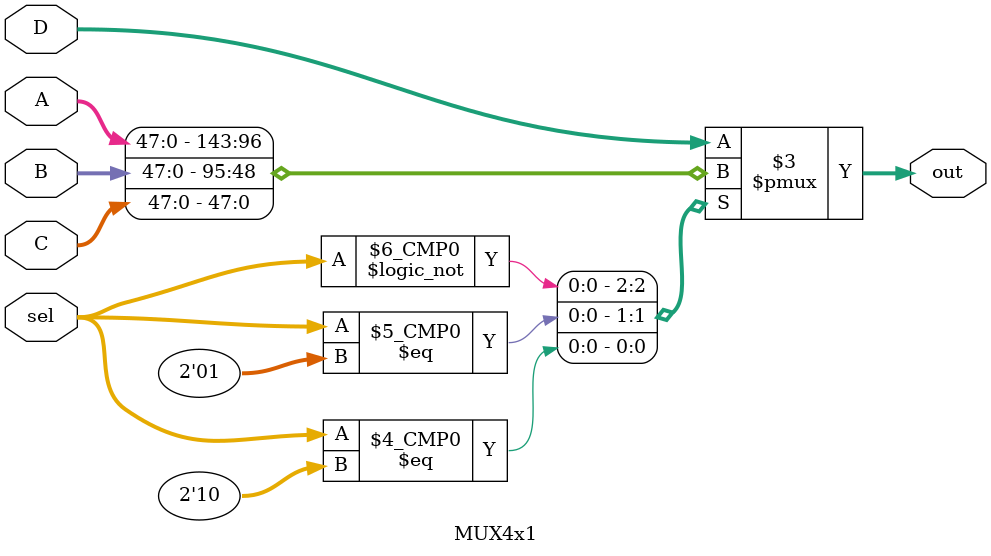
<source format=v>


module MUX4x1(A,B,C,D,sel,out);
input wire[47:0] A,B,C,D;
input wire[1:0] sel;
output reg[47:0] out;
always @(*) begin
	case(sel)
	0:out=A;
	1:out=B;
	2:out=C;
	default:out=D;
	endcase
end
endmodule
</source>
